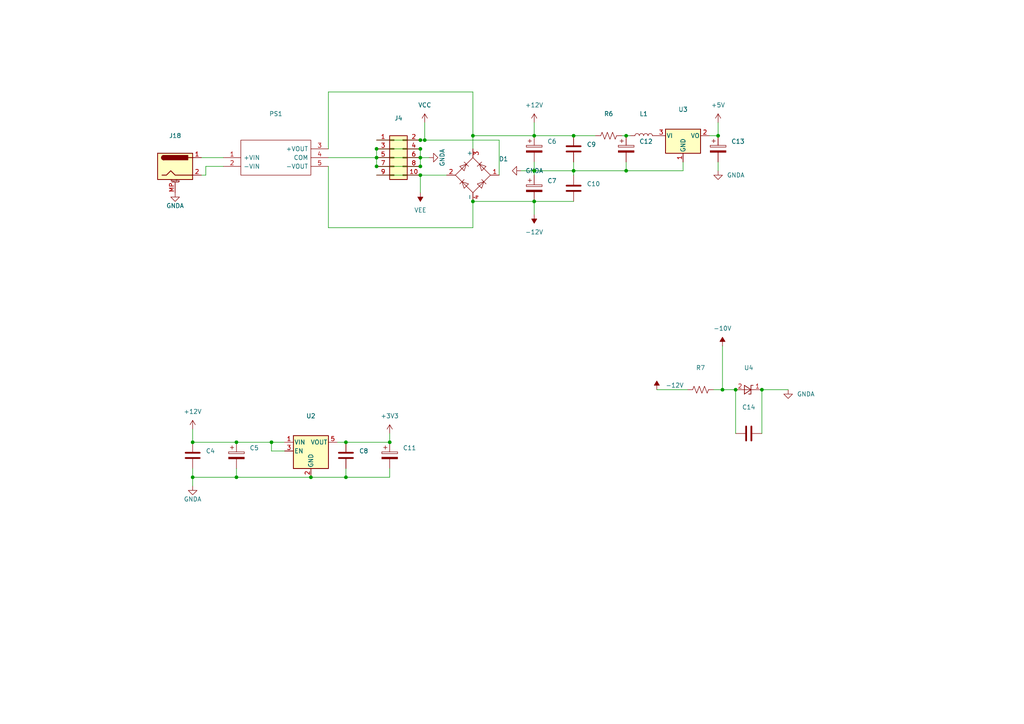
<source format=kicad_sch>
(kicad_sch (version 20211123) (generator eeschema)
  (paper "A4")
  (lib_symbols
    (symbol "Connector:Barrel_Jack_MountingPin" (pin_names hide)
      (property "Reference" "J" (at 0 5.334 0))
      (property "Value" "Barrel_Jack_MountingPin" (at 1.27 -6.35 0))
      (symbol "Barrel_Jack_MountingPin_0_1"
        (rectangle (start -5.08 3.81) (end 5.08 -3.81) (stroke (width 0.254)) (fill (type background)))
        (arc (start -3.302 3.175) (mid -3.937 2.54) (end -3.302 1.905) (stroke (width 0.254)))
        (arc (start -3.302 3.175) (mid -3.937 2.54) (end -3.302 1.905) (stroke (width 0.254)) (fill (type outline)))
        (polyline (pts (xy 5.08 2.54) (xy 3.81 2.54)) (stroke (width 0.254)))
        (polyline (pts (xy -3.81 -2.54) (xy -2.54 -2.54) (xy -1.27 -1.27) (xy 0 -2.54) (xy 2.54 -2.54) (xy 5.08 -2.54)) (stroke (width 0.254)))
        (rectangle (start 3.683 3.175) (end -3.302 1.905) (stroke (width 0.254)) (fill (type outline)))
      )
      (symbol "Barrel_Jack_MountingPin_1_1"
        (polyline (pts (xy -1.016 -4.572) (xy 1.016 -4.572)) (stroke (width 0.1524)))
        (text "Mounting" (at 0 -4.191 0) (effects (font (size 0.381 0.381))))
        (pin passive line (at 7.62 2.54 180) (length 2.54) (name "~") (number "1"))
        (pin passive line (at 7.62 -2.54 180) (length 2.54) (name "~") (number "2"))
        (pin passive line (at 0 -7.62 90) (length 3.048) (name "MountPin") (number "MP"))
      )
    )
    (symbol "Connector_Generic:Conn_02x05_Odd_Even" (pin_names (offset 1.016) hide)
      (property "Reference" "J" (at 1.27 7.62 0))
      (property "Value" "Conn_02x05_Odd_Even" (at 1.27 -7.62 0))
      (symbol "Conn_02x05_Odd_Even_1_1"
        (rectangle (start -1.27 -4.953) (end 0 -5.207) (stroke (width 0.1524)))
        (rectangle (start -1.27 -2.413) (end 0 -2.667) (stroke (width 0.1524)))
        (rectangle (start -1.27 0.127) (end 0 -0.127) (stroke (width 0.1524)))
        (rectangle (start -1.27 2.667) (end 0 2.413) (stroke (width 0.1524)))
        (rectangle (start -1.27 5.207) (end 0 4.953) (stroke (width 0.1524)))
        (rectangle (start -1.27 6.35) (end 3.81 -6.35) (stroke (width 0.254)) (fill (type background)))
        (rectangle (start 3.81 -4.953) (end 2.54 -5.207) (stroke (width 0.1524)))
        (rectangle (start 3.81 -2.413) (end 2.54 -2.667) (stroke (width 0.1524)))
        (rectangle (start 3.81 0.127) (end 2.54 -0.127) (stroke (width 0.1524)))
        (rectangle (start 3.81 2.667) (end 2.54 2.413) (stroke (width 0.1524)))
        (rectangle (start 3.81 5.207) (end 2.54 4.953) (stroke (width 0.1524)))
        (pin passive line (at -5.08 5.08 0) (length 3.81) (name "Pin_1") (number "1"))
        (pin passive line (at 7.62 -5.08 180) (length 3.81) (name "Pin_10") (number "10"))
        (pin passive line (at 7.62 5.08 180) (length 3.81) (name "Pin_2") (number "2"))
        (pin passive line (at -5.08 2.54 0) (length 3.81) (name "Pin_3") (number "3"))
        (pin passive line (at 7.62 2.54 180) (length 3.81) (name "Pin_4") (number "4"))
        (pin passive line (at -5.08 0 0) (length 3.81) (name "Pin_5") (number "5"))
        (pin passive line (at 7.62 0 180) (length 3.81) (name "Pin_6") (number "6"))
        (pin passive line (at -5.08 -2.54 0) (length 3.81) (name "Pin_7") (number "7"))
        (pin passive line (at 7.62 -2.54 180) (length 3.81) (name "Pin_8") (number "8"))
        (pin passive line (at -5.08 -5.08 0) (length 3.81) (name "Pin_9") (number "9"))
      )
    )
    (symbol "DLW05A-12:DLW05A-12" (pin_names (offset 0.762))
      (property "Reference" "PS" (at 26.67 7.62 0))
      (property "Value" "DLW05A-12" (at 26.67 5.08 0))
      (symbol "DLW05A-12_0_0"
        (pin passive line (at 0 -2.54 0) (length 5.08) (name "+VIN") (number "1"))
        (pin passive line (at 0 0 0) (length 5.08) (name "-VIN") (number "2"))
        (pin passive line (at 30.48 -5.08 180) (length 5.08) (name "+VOUT") (number "3"))
        (pin passive line (at 30.48 -2.54 180) (length 5.08) (name "COM") (number "4"))
        (pin passive line (at 30.48 0 180) (length 5.08) (name "-VOUT") (number "5"))
      )
      (symbol "DLW05A-12_0_1"
        (polyline (pts (xy 5.08 2.54) (xy 25.4 2.54) (xy 25.4 -7.62) (xy 5.08 -7.62) (xy 5.08 2.54)) (stroke (width 0.1524)))
      )
    )
    (symbol "Device:C" (pin_numbers hide) (pin_names (offset 0.254))
      (property "Reference" "C" (at 0.635 2.54 0))
      (property "Value" "C" (at 0.635 -2.54 0))
      (symbol "C_0_1"
        (polyline (pts (xy -2.032 -0.762) (xy 2.032 -0.762)) (stroke (width 0.508)))
        (polyline (pts (xy -2.032 0.762) (xy 2.032 0.762)) (stroke (width 0.508)))
      )
      (symbol "C_1_1"
        (pin passive line (at 0 3.81 270) (length 2.794) (name "~") (number "1"))
        (pin passive line (at 0 -3.81 90) (length 2.794) (name "~") (number "2"))
      )
    )
    (symbol "Device:C_Polarized" (pin_numbers hide) (pin_names (offset 0.254))
      (property "Reference" "C" (at 0.635 2.54 0))
      (property "Value" "C_Polarized" (at 0.635 -2.54 0))
      (symbol "C_Polarized_0_1"
        (rectangle (start -2.286 0.508) (end 2.286 1.016))
        (polyline (pts (xy -1.778 2.286) (xy -0.762 2.286)))
        (polyline (pts (xy -1.27 2.794) (xy -1.27 1.778)))
        (rectangle (start 2.286 -0.508) (end -2.286 -1.016) (fill (type outline)))
      )
      (symbol "C_Polarized_1_1"
        (pin passive line (at 0 3.81 270) (length 2.794) (name "~") (number "1"))
        (pin passive line (at 0 -3.81 90) (length 2.794) (name "~") (number "2"))
      )
    )
    (symbol "Device:L" (pin_numbers hide) (pin_names (offset 1.016) hide)
      (property "Reference" "L" (at -1.27 0 90))
      (property "Value" "L" (at 1.905 0 90))
      (symbol "L_0_1"
        (arc (start 0 -2.54) (mid 0.635 -1.905) (end 0 -1.27))
        (arc (start 0 -1.27) (mid 0.635 -0.635) (end 0 0))
        (arc (start 0 0) (mid 0.635 0.635) (end 0 1.27))
        (arc (start 0 1.27) (mid 0.635 1.905) (end 0 2.54))
      )
      (symbol "L_1_1"
        (pin passive line (at 0 3.81 270) (length 1.27) (name "1") (number "1"))
        (pin passive line (at 0 -3.81 90) (length 1.27) (name "2") (number "2"))
      )
    )
    (symbol "Device:R_US" (pin_numbers hide) (pin_names (offset 0))
      (property "Reference" "R" (at 2.54 0 90))
      (property "Value" "R_US" (at -2.54 0 90))
      (symbol "R_US_0_1"
        (polyline (pts (xy 0 -2.286) (xy 0 -2.54)))
        (polyline (pts (xy 0 2.286) (xy 0 2.54)))
        (polyline (pts (xy 0 -0.762) (xy 1.016 -1.143) (xy 0 -1.524) (xy -1.016 -1.905) (xy 0 -2.286)))
        (polyline (pts (xy 0 0.762) (xy 1.016 0.381) (xy 0 0) (xy -1.016 -0.381) (xy 0 -0.762)))
        (polyline (pts (xy 0 2.286) (xy 1.016 1.905) (xy 0 1.524) (xy -1.016 1.143) (xy 0 0.762)))
      )
      (symbol "R_US_1_1"
        (pin passive line (at 0 3.81 270) (length 1.27) (name "~") (number "1"))
        (pin passive line (at 0 -3.81 90) (length 1.27) (name "~") (number "2"))
      )
    )
    (symbol "Diode_Bridge:MB2S" (pin_names (offset 0))
      (property "Reference" "D" (at 2.54 6.985 0))
      (property "Value" "MB2S" (at 2.54 5.08 0))
      (symbol "MB2S_0_1"
        (polyline (pts (xy -2.54 3.81) (xy -1.27 2.54)))
        (polyline (pts (xy -1.27 -2.54) (xy -2.54 -3.81)))
        (polyline (pts (xy 2.54 -1.27) (xy 3.81 -2.54)))
        (polyline (pts (xy 2.54 1.27) (xy 3.81 2.54)))
        (polyline (pts (xy -3.81 2.54) (xy -2.54 1.27) (xy -1.905 3.175) (xy -3.81 2.54)))
        (polyline (pts (xy -2.54 -1.27) (xy -3.81 -2.54) (xy -1.905 -3.175) (xy -2.54 -1.27)))
        (polyline (pts (xy 1.27 2.54) (xy 2.54 3.81) (xy 3.175 1.905) (xy 1.27 2.54)))
        (polyline (pts (xy 3.175 -1.905) (xy 1.27 -2.54) (xy 2.54 -3.81) (xy 3.175 -1.905)))
        (polyline (pts (xy -5.08 0) (xy 0 -5.08) (xy 5.08 0) (xy 0 5.08) (xy -5.08 0)))
      )
      (symbol "MB2S_1_1"
        (pin passive line (at 0 -7.62 90) (length 2.54) (name "~") (number "1"))
        (pin passive line (at 0 7.62 270) (length 2.54) (name "~") (number "2"))
        (pin passive line (at 7.62 0 180) (length 2.54) (name "+") (number "3"))
        (pin passive line (at -7.62 0 0) (length 2.54) (name "-") (number "4"))
      )
    )
    (symbol "Reference_Voltage:LM4040DBZ-5" (pin_names (offset 0.0254) hide)
      (property "Reference" "U" (at 0 2.54 0))
      (property "Value" "LM4040DBZ-5" (at 0 -3.175 0))
      (symbol "LM4040DBZ-5_0_1"
        (polyline (pts (xy -1.27 0) (xy 0 0) (xy 1.27 0)))
        (polyline (pts (xy -1.27 -1.27) (xy 0.635 0) (xy -1.27 1.27) (xy -1.27 -1.27)) (stroke (width 0.2032)))
        (polyline (pts (xy 0 -1.27) (xy 0.635 -1.27) (xy 0.635 1.27) (xy 1.27 1.27)) (stroke (width 0.2032)))
      )
      (symbol "LM4040DBZ-5_1_1"
        (pin passive line (at 3.81 0 180) (length 2.54) (name "K") (number "1"))
        (pin passive line (at -3.81 0 0) (length 2.54) (name "A") (number "2"))
      )
    )
    (symbol "Regulator_Linear:AP2204K-3.3" (pin_names (offset 0.254))
      (property "Reference" "U" (at -5.08 5.715 0))
      (property "Value" "AP2204K-3.3" (at 0 5.715 0))
      (symbol "AP2204K-3.3_0_1"
        (rectangle (start -5.08 4.445) (end 5.08 -5.08) (stroke (width 0.254)) (fill (type background)))
      )
      (symbol "AP2204K-3.3_1_1"
        (pin power_in line (at -7.62 2.54 0) (length 2.54) (name "VIN") (number "1"))
        (pin power_in line (at 0 -7.62 90) (length 2.54) (name "GND") (number "2"))
        (pin input line (at -7.62 0 0) (length 2.54) (name "EN") (number "3"))
        (pin no_connect line (at 5.08 0 180) (length 2.54) hide (name "NC") (number "4"))
        (pin power_out line (at 7.62 2.54 180) (length 2.54) (name "VOUT") (number "5"))
      )
    )
    (symbol "Regulator_Linear:LM1117-5.0" (pin_names (offset 0.254))
      (property "Reference" "U" (at -3.81 3.175 0))
      (property "Value" "LM1117-5.0" (at 0 3.175 0))
      (symbol "LM1117-5.0_0_1"
        (rectangle (start -5.08 -5.08) (end 5.08 1.905) (stroke (width 0.254)) (fill (type background)))
      )
      (symbol "LM1117-5.0_1_1"
        (pin power_in line (at 0 -7.62 90) (length 2.54) (name "GND") (number "1"))
        (pin power_out line (at 7.62 0 180) (length 2.54) (name "VO") (number "2"))
        (pin power_in line (at -7.62 0 0) (length 2.54) (name "VI") (number "3"))
      )
    )
    (symbol "power:+12V" (power) (pin_names (offset 0))
      (property "Value" "+12V" (at 0 3.556 0))
      (symbol "+12V_0_1"
        (polyline (pts (xy -0.762 1.27) (xy 0 2.54)))
        (polyline (pts (xy 0 0) (xy 0 2.54)))
        (polyline (pts (xy 0 2.54) (xy 0.762 1.27)))
      )
      (symbol "+12V_1_1"
        (pin power_in line (at 0 0 90) (length 0) hide (name "+12V") (number "1"))
      )
    )
    (symbol "power:+3.3V" (power) (pin_names (offset 0))
      (property "Value" "+3.3V" (at 0 3.556 0))
      (symbol "+3.3V_0_1"
        (polyline (pts (xy -0.762 1.27) (xy 0 2.54)))
        (polyline (pts (xy 0 0) (xy 0 2.54)))
        (polyline (pts (xy 0 2.54) (xy 0.762 1.27)))
      )
      (symbol "+3.3V_1_1"
        (pin power_in line (at 0 0 90) (length 0) hide (name "+3V3") (number "1"))
      )
    )
    (symbol "power:+5V" (power) (pin_names (offset 0))
      (property "Value" "+5V" (at 0 3.556 0))
      (symbol "+5V_0_1"
        (polyline (pts (xy -0.762 1.27) (xy 0 2.54)))
        (polyline (pts (xy 0 0) (xy 0 2.54)))
        (polyline (pts (xy 0 2.54) (xy 0.762 1.27)))
      )
      (symbol "+5V_1_1"
        (pin power_in line (at 0 0 90) (length 0) hide (name "+5V") (number "1"))
      )
    )
    (symbol "power:-10V" (power) (pin_names (offset 0))
      (property "Value" "-10V" (at 0 3.81 0))
      (symbol "-10V_0_0"
        (pin power_in line (at 0 0 90) (length 0) hide (name "-10V") (number "1"))
      )
      (symbol "-10V_0_1"
        (polyline (pts (xy 0 0) (xy 0 1.27) (xy 0.762 1.27) (xy 0 2.54) (xy -0.762 1.27) (xy 0 1.27)) (fill (type outline)))
      )
    )
    (symbol "power:-12V" (power) (pin_names (offset 0))
      (property "Value" "-12V" (at 0 3.81 0))
      (symbol "-12V_0_0"
        (pin power_in line (at 0 0 90) (length 0) hide (name "-12V") (number "1"))
      )
      (symbol "-12V_0_1"
        (polyline (pts (xy 0 0) (xy 0 1.27) (xy 0.762 1.27) (xy 0 2.54) (xy -0.762 1.27) (xy 0 1.27)) (fill (type outline)))
      )
    )
    (symbol "power:GNDA" (power) (pin_names (offset 0))
      (property "Value" "GNDA" (at 0 -3.81 0))
      (symbol "GNDA_0_1"
        (polyline (pts (xy 0 0) (xy 0 -1.27) (xy 1.27 -1.27) (xy 0 -2.54) (xy -1.27 -1.27) (xy 0 -1.27)))
      )
      (symbol "GNDA_1_1"
        (pin power_in line (at 0 0 270) (length 0) hide (name "GNDA") (number "1"))
      )
    )
    (symbol "power:VCC" (power) (pin_names (offset 0))
      (property "Value" "VCC" (at 0 3.81 0))
      (symbol "VCC_0_1"
        (polyline (pts (xy -0.762 1.27) (xy 0 2.54)))
        (polyline (pts (xy 0 0) (xy 0 2.54)))
        (polyline (pts (xy 0 2.54) (xy 0.762 1.27)))
      )
      (symbol "VCC_1_1"
        (pin power_in line (at 0 0 90) (length 0) hide (name "VCC") (number "1"))
      )
    )
    (symbol "power:VEE" (power) (pin_names (offset 0))
      (property "Value" "VEE" (at 0 3.81 0))
      (symbol "VEE_0_1"
        (polyline (pts (xy 0 0) (xy 0 2.54)))
        (polyline (pts (xy 0.762 1.27) (xy -0.762 1.27) (xy 0 2.54) (xy 0.762 1.27)) (fill (type outline)))
      )
      (symbol "VEE_1_1"
        (pin power_in line (at 0 0 90) (length 0) hide (name "VEE") (number "1"))
      )
    )
  )
  (junction (at 166.37 39.37))
  (junction (at 154.94 39.37))
  (junction (at 109.22 48.26))
  (junction (at 209.55 113.03))
  (junction (at 121.92 45.72))
  (junction (at 208.28 39.37))
  (junction (at 121.92 48.26))
  (junction (at 181.61 49.53))
  (junction (at 121.92 43.18))
  (junction (at 213.36 113.03))
  (junction (at 90.17 138.43))
  (junction (at 100.33 128.27))
  (junction (at 109.22 43.18))
  (junction (at 55.88 138.43))
  (junction (at 220.98 113.03))
  (junction (at 137.16 39.37))
  (junction (at 68.58 138.43))
  (junction (at 181.61 39.37))
  (junction (at 154.94 49.53))
  (junction (at 100.33 138.43))
  (junction (at 109.22 45.72))
  (junction (at 121.92 50.8))
  (junction (at 78.74 128.27))
  (junction (at 68.58 128.27))
  (junction (at 55.88 128.27))
  (junction (at 137.16 58.42))
  (junction (at 121.92 40.64))
  (junction (at 154.94 58.42))
  (junction (at 123.19 40.64))
  (junction (at 113.03 128.27))
  (junction (at 166.37 49.53))
  (wire (pts (xy 154.94 49.53) (xy 151.13 49.53)))
  (wire (pts (xy 123.19 40.64) (xy 144.78 40.64)))
  (wire (pts (xy 209.55 100.33) (xy 209.55 113.03)))
  (wire (pts (xy 121.92 45.72) (xy 124.46 45.72)))
  (wire (pts (xy 154.94 58.42) (xy 166.37 58.42)))
  (wire (pts (xy 109.22 50.8) (xy 121.92 50.8)))
  (wire (pts (xy 90.17 138.43) (xy 68.58 138.43)))
  (wire (pts (xy 137.16 26.67) (xy 137.16 39.37)))
  (wire (pts (xy 220.98 113.03) (xy 220.98 125.73)))
  (wire (pts (xy 55.88 138.43) (xy 55.88 135.89)))
  (wire (pts (xy 113.03 138.43) (xy 113.03 135.89)))
  (wire (pts (xy 109.22 40.64) (xy 121.92 40.64)))
  (wire (pts (xy 166.37 49.53) (xy 166.37 50.8)))
  (wire (pts (xy 55.88 138.43) (xy 68.58 138.43)))
  (wire (pts (xy 109.22 43.18) (xy 109.22 45.72)))
  (wire (pts (xy 154.94 49.53) (xy 154.94 50.8)))
  (wire (pts (xy 82.55 130.81) (xy 78.74 130.81)))
  (wire (pts (xy 100.33 138.43) (xy 113.03 138.43)))
  (wire (pts (xy 55.88 140.97) (xy 55.88 138.43)))
  (wire (pts (xy 205.74 39.37) (xy 208.28 39.37)))
  (wire (pts (xy 180.34 39.37) (xy 181.61 39.37)))
  (wire (pts (xy 154.94 49.53) (xy 166.37 49.53)))
  (wire (pts (xy 78.74 130.81) (xy 78.74 128.27)))
  (wire (pts (xy 121.92 40.64) (xy 123.19 40.64)))
  (wire (pts (xy 121.92 50.8) (xy 129.54 50.8)))
  (wire (pts (xy 78.74 128.27) (xy 82.55 128.27)))
  (wire (pts (xy 198.12 49.53) (xy 181.61 49.53)))
  (wire (pts (xy 137.16 66.04) (xy 137.16 58.42)))
  (wire (pts (xy 113.03 125.73) (xy 113.03 128.27)))
  (wire (pts (xy 58.42 45.72) (xy 64.77 45.72)))
  (wire (pts (xy 207.01 113.03) (xy 209.55 113.03)))
  (wire (pts (xy 154.94 35.56) (xy 154.94 39.37)))
  (wire (pts (xy 190.5 113.03) (xy 199.39 113.03)))
  (wire (pts (xy 109.22 45.72) (xy 121.92 45.72)))
  (wire (pts (xy 68.58 128.27) (xy 78.74 128.27)))
  (wire (pts (xy 121.92 55.88) (xy 121.92 50.8)))
  (wire (pts (xy 95.25 45.72) (xy 109.22 45.72)))
  (wire (pts (xy 64.77 48.26) (xy 59.69 48.26)))
  (wire (pts (xy 97.79 128.27) (xy 100.33 128.27)))
  (wire (pts (xy 59.69 48.26) (xy 59.69 50.8)))
  (wire (pts (xy 154.94 46.99) (xy 154.94 49.53)))
  (wire (pts (xy 154.94 62.23) (xy 154.94 58.42)))
  (wire (pts (xy 123.19 35.56) (xy 123.19 40.64)))
  (wire (pts (xy 68.58 138.43) (xy 68.58 135.89)))
  (wire (pts (xy 121.92 45.72) (xy 121.92 48.26)))
  (wire (pts (xy 166.37 49.53) (xy 181.61 49.53)))
  (wire (pts (xy 121.92 43.18) (xy 121.92 45.72)))
  (wire (pts (xy 137.16 39.37) (xy 154.94 39.37)))
  (wire (pts (xy 166.37 39.37) (xy 172.72 39.37)))
  (wire (pts (xy 109.22 43.18) (xy 121.92 43.18)))
  (wire (pts (xy 213.36 113.03) (xy 213.36 125.73)))
  (wire (pts (xy 55.88 128.27) (xy 68.58 128.27)))
  (wire (pts (xy 95.25 43.18) (xy 95.25 26.67)))
  (wire (pts (xy 220.98 113.03) (xy 228.6 113.03)))
  (wire (pts (xy 95.25 48.26) (xy 95.25 66.04)))
  (wire (pts (xy 137.16 43.18) (xy 137.16 39.37)))
  (wire (pts (xy 181.61 39.37) (xy 182.88 39.37)))
  (wire (pts (xy 59.69 50.8) (xy 58.42 50.8)))
  (wire (pts (xy 137.16 58.42) (xy 154.94 58.42)))
  (wire (pts (xy 208.28 49.53) (xy 208.28 46.99)))
  (wire (pts (xy 109.22 45.72) (xy 109.22 48.26)))
  (wire (pts (xy 209.55 113.03) (xy 213.36 113.03)))
  (wire (pts (xy 208.28 35.56) (xy 208.28 39.37)))
  (wire (pts (xy 100.33 135.89) (xy 100.33 138.43)))
  (wire (pts (xy 95.25 26.67) (xy 137.16 26.67)))
  (wire (pts (xy 100.33 138.43) (xy 90.17 138.43)))
  (wire (pts (xy 154.94 39.37) (xy 166.37 39.37)))
  (wire (pts (xy 95.25 66.04) (xy 137.16 66.04)))
  (wire (pts (xy 144.78 40.64) (xy 144.78 50.8)))
  (wire (pts (xy 166.37 46.99) (xy 166.37 49.53)))
  (wire (pts (xy 100.33 128.27) (xy 113.03 128.27)))
  (wire (pts (xy 55.88 124.46) (xy 55.88 128.27)))
  (wire (pts (xy 109.22 48.26) (xy 121.92 48.26)))
  (wire (pts (xy 181.61 49.53) (xy 181.61 46.99)))
  (wire (pts (xy 198.12 46.99) (xy 198.12 49.53)))
  (symbol (lib_id "Regulator_Linear:AP2204K-3.3") (at 90.17 130.81 0) (unit 1)
    (property "Reference" "U2" (at 90.17 120.65 0))
    (property "Datasheet" "https://www.diodes.com/assets/Datasheets/AP2204.pdf" (effects hide))
  )
  (symbol (lib_id "Device:L") (at 186.69 39.37 90) (unit 1)
    (property "Reference" "L1" (at 186.69 33.02 90))
  )
  (symbol (lib_id "Device:C_Polarized") (at 154.94 43.18 0) (unit 1)
    (property "Reference" "C6" (at 158.75 41.0209 0) (effects (justify left)))
  )
  (symbol (lib_id "power:+3.3V") (at 113.03 125.73 0) (unit 1)
    (property "Reference" "#PWR?" (effects hide))
  )
  (symbol (lib_id "Device:C_Polarized") (at 68.58 132.08 0) (unit 1)
    (property "Reference" "C5" (at 72.39 129.9209 0) (effects (justify left)))
  )
  (symbol (lib_id "power:GNDA") (at 50.8 55.88 0) (unit 1)
    (property "Reference" "#PWR?" (effects hide))
  )
  (symbol (lib_id "Device:R_US") (at 176.53 39.37 90) (unit 1)
    (property "Reference" "R6" (at 176.53 33.02 90))
  )
  (symbol (lib_id "Connector_Generic:Conn_02x05_Odd_Even") (at 114.3 45.72 0) (unit 1)
    (property "Reference" "J4" (at 115.57 34.29 0))
  )
  (symbol (lib_id "Device:C_Polarized") (at 208.28 43.18 0) (unit 1)
    (property "Reference" "C13" (at 212.09 41.0209 0) (effects (justify left)))
  )
  (symbol (lib_id "Device:C") (at 217.17 125.73 270) (unit 1)
    (property "Reference" "C14" (at 217.17 118.11 90))
  )
  (symbol (lib_id "Reference_Voltage:LM4040DBZ-5") (at 217.17 113.03 0) (unit 1)
    (property "Reference" "U4" (at 217.17 106.68 0))
    (property "Datasheet" "http://www.ti.com/lit/ds/symlink/lm4040-n.pdf" (effects hide))
  )
  (symbol (lib_id "power:+12V") (at 154.94 35.56 0) (unit 1)
    (property "Reference" "#PWR?" (effects hide))
  )
  (symbol (lib_id "Device:C") (at 55.88 132.08 180) (unit 1)
    (property "Reference" "C4" (at 59.69 130.8099 0) (effects (justify right)))
  )
  (symbol (lib_id "power:GNDA") (at 55.88 140.97 0) (unit 1)
    (property "Reference" "#PWR?" (effects hide))
  )
  (symbol (lib_id "power:-10V") (at 209.55 100.33 0) (unit 1)
    (property "Reference" "#PWR?" (effects hide))
  )
  (symbol (lib_id "Device:C") (at 166.37 54.61 0) (unit 1)
    (property "Reference" "C10" (at 170.18 53.3399 0) (effects (justify left)))
  )
  (symbol (lib_id "power:+12V") (at 55.88 124.46 0) (unit 1)
    (property "Reference" "#PWR?" (effects hide))
  )
  (symbol (lib_id "Device:C_Polarized") (at 113.03 132.08 0) (unit 1)
    (property "Reference" "C11" (at 116.84 129.9209 0) (effects (justify left)))
  )
  (symbol (lib_id "power:GNDA") (at 151.13 49.53 270) (unit 1)
    (property "Reference" "#PWR?" (effects hide))
  )
  (symbol (lib_id "power:GNDA") (at 228.6 113.03 0) (unit 1)
    (property "Reference" "#PWR?" (effects hide))
  )
  (symbol (lib_id "Device:C") (at 166.37 43.18 0) (unit 1)
    (property "Reference" "C9" (at 170.18 41.9099 0) (effects (justify left)))
  )
  (symbol (lib_id "DLW05A-12:DLW05A-12") (at 64.77 48.26 0) (mirror x) (unit 1)
    (property "Reference" "PS1" (at 80.01 33.02 0))
    (property "Datasheet" "https://www.meanwell.com/Upload/PDF/DLW05/DLW05-SPEC.PDF" (effects hide))
    (property "Description" "Isolated DC/DC Converters 9-18Vin +/-12Vout 20.8-208mA, 5W" (effects hide))
    (property "Height" "11.27" (effects hide))
    (property "Manufacturer_Name" "Mean Well" (effects hide))
    (property "Manufacturer_Part_Number" "DLW05A-12" (effects hide))
    (property "Mouser Part Number" "709-DLW05A-12" (effects hide))
    (property "Mouser Price/Stock" "https://www.mouser.co.uk/ProductDetail/MEAN-WELL/DLW05A-12?qs=l0g2inPJSHM7lldrRBmVhw%3D%3D" (effects hide))
  )
  (symbol (lib_id "Connector:Barrel_Jack_MountingPin") (at 50.8 48.26 0) (unit 1)
    (property "Reference" "J18" (at 50.8 39.37 0))
  )
  (symbol (lib_id "Device:R_US") (at 203.2 113.03 90) (unit 1)
    (property "Reference" "R7" (at 203.2 106.68 90))
  )
  (symbol (lib_id "power:+5V") (at 208.28 35.56 0) (unit 1)
    (property "Reference" "#PWR?" (effects hide))
  )
  (symbol (lib_id "power:-12V") (at 154.94 62.23 180) (unit 1)
    (property "Reference" "#PWR?" (effects hide))
  )
  (symbol (lib_id "Diode_Bridge:MB2S") (at 137.16 50.8 90) (unit 1)
    (property "Reference" "D1" (at 146.05 46.101 90))
    (property "Datasheet" "http://www.vishay.com/docs/88661/mb2s.pdf" (effects hide))
  )
  (symbol (lib_id "power:GNDA") (at 208.28 49.53 0) (unit 1)
    (property "Reference" "#PWR?" (effects hide))
  )
  (symbol (lib_id "power:VEE") (at 121.92 55.88 180) (unit 1)
    (property "Reference" "#PWR?" (effects hide))
  )
  (symbol (lib_id "power:-12V") (at 190.5 113.03 0) (unit 1)
    (property "Reference" "#PWR?" (effects hide))
  )
  (symbol (lib_id "Device:C_Polarized") (at 154.94 54.61 0) (unit 1)
    (property "Reference" "C7" (at 158.75 52.4509 0) (effects (justify left)))
  )
  (symbol (lib_id "power:GNDA") (at 124.46 45.72 90) (unit 1)
    (property "Reference" "#PWR?" (effects hide))
  )
  (symbol (lib_id "Regulator_Linear:LM1117-5.0") (at 198.12 39.37 0) (unit 1)
    (property "Reference" "U3" (at 198.12 31.75 0))
    (property "Datasheet" "http://www.ti.com/lit/ds/symlink/lm1117.pdf" (effects hide))
  )
  (symbol (lib_id "Device:C") (at 100.33 132.08 180) (unit 1)
    (property "Reference" "C8" (at 104.14 130.8099 0) (effects (justify right)))
  )
  (symbol (lib_id "Device:C_Polarized") (at 181.61 43.18 0) (unit 1)
    (property "Reference" "C12" (at 185.42 41.0209 0) (effects (justify left)))
  )
  (symbol (lib_id "power:VCC") (at 123.19 35.56 0) (unit 1)
    (property "Reference" "#PWR?" (effects hide))
  )
)
</source>
